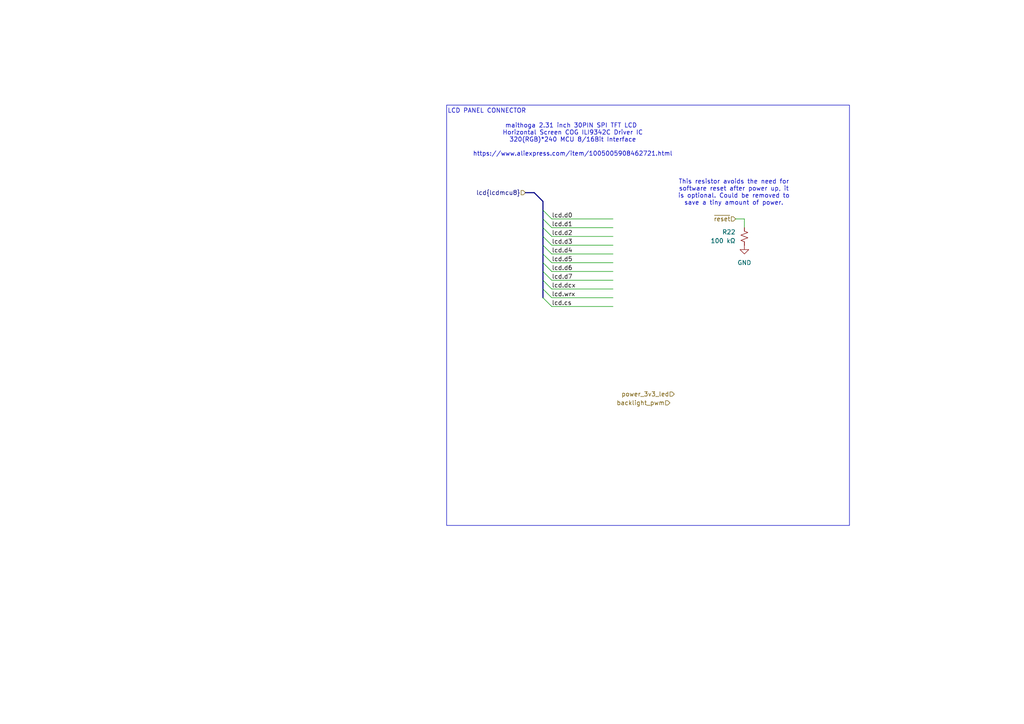
<source format=kicad_sch>
(kicad_sch (version 20250114) (generator "eeschema") (generator_version "9.0")
  (paper "A4")
  (title_block (title "LCD FPC connector & backlight driver") (date "2024-11-14") (rev "Rev1") (comment 1 "Author: Aidan MacDonald"))
  (lib_symbols
    (symbol "Device:R_Small_US" (pin_numbers (hide yes)) (pin_names (offset 0.254) (hide yes))
      (property "Reference" "R" (at 0.762 0.508 0))
      (property "Value" "R_Small_US" (at 0.762 -1.016 0))
      (symbol "R_Small_US_1_1"
        (polyline (pts (xy 0 1.524) (xy 1.016 1.143) (xy 0 0.762) (xy -1.016 0.381) (xy 0 0)))
        (polyline (pts (xy 0 0) (xy 1.016 -0.381) (xy 0 -0.762) (xy -1.016 -1.143) (xy 0 -1.524)))
        (pin passive line (at 0 2.54 270) (length 1.016) (name "~") (number "1"))
        (pin passive line (at 0 -2.54 90) (length 1.016) (name "~") (number "2"))
      )
    )
    (symbol "power:GND" (power) (pin_numbers (hide yes)) (pin_names (offset 0) (hide yes))
      (property "Value" "GND" (at 0 -3.81 0))
      (symbol "GND_0_1"
        (polyline (pts (xy 0 0) (xy 0 -1.27) (xy 1.27 -1.27) (xy 0 -2.54) (xy -1.27 -1.27) (xy 0 -1.27)))
      )
      (symbol "GND_1_1"
        (pin power_in line (at 0 0 270) (length 0) (name "~") (number "1"))
      )
    )
  )
  (rectangle (start 129.54 30.48) (end 246.38 152.4))
  (text "LCD PANEL CONNECTOR" (at 129.794 32.258 0) (effects (font (size 1.27 1.27)) (justify left)))
  (text "maithoga 2.31 inch 30PIN SPI TFT LCD \nHorizontal Screen COG ILI9342C Driver IC\n320(RGB)*240 MCU 8/16Bit Interface\n\nhttps://www.aliexpress.com/item/1005005908462721.html" (at 166.116 40.64 0) (effects (font (size 1.27 1.27))))
  (text "This resistor avoids the need for\nsoftware reset after power up, it\nis optional. Could be removed to\nsave a tiny amount of power." (at 212.852 55.88 0) (effects (font (size 1.27 1.27))))
  (bus_entry (at 157.48 71.12) (size 2.54 2.54))
  (bus_entry (at 157.48 73.66) (size 2.54 2.54))
  (bus_entry (at 157.48 76.2) (size 2.54 2.54))
  (bus_entry (at 157.48 60.96) (size 2.54 2.54))
  (bus_entry (at 157.48 78.74) (size 2.54 2.54))
  (bus_entry (at 157.48 66.04) (size 2.54 2.54))
  (bus_entry (at 157.48 63.5) (size 2.54 2.54))
  (bus_entry (at 157.48 86.36) (size 2.54 2.54))
  (bus_entry (at 157.48 83.82) (size 2.54 2.54))
  (bus_entry (at 157.48 68.58) (size 2.54 2.54))
  (bus_entry (at 157.48 81.28) (size 2.54 2.54))
  (bus (pts (xy 157.48 60.96) (xy 157.48 63.5)))
  (bus (pts (xy 157.48 68.58) (xy 157.48 71.12)))
  (wire (pts (xy 160.02 66.04) (xy 177.8 66.04)))
  (wire (pts (xy 213.36 63.5) (xy 215.9 63.5)))
  (wire (pts (xy 160.02 71.12) (xy 177.8 71.12)))
  (wire (pts (xy 160.02 68.58) (xy 177.8 68.58)))
  (bus (pts (xy 152.4 55.88) (xy 154.94 55.88)))
  (bus (pts (xy 157.48 73.66) (xy 157.48 76.2)))
  (bus (pts (xy 157.48 83.82) (xy 157.48 86.36)))
  (bus (pts (xy 157.48 66.04) (xy 157.48 68.58)))
  (wire (pts (xy 160.02 76.2) (xy 177.8 76.2)))
  (bus (pts (xy 157.48 81.28) (xy 157.48 83.82)))
  (wire (pts (xy 160.02 83.82) (xy 177.8 83.82)))
  (bus (pts (xy 157.48 60.96) (xy 157.48 58.42)))
  (wire (pts (xy 160.02 73.66) (xy 177.8 73.66)))
  (bus (pts (xy 157.48 63.5) (xy 157.48 66.04)))
  (wire (pts (xy 160.02 88.9) (xy 177.8 88.9)))
  (wire (pts (xy 215.9 63.5) (xy 215.9 66.04)))
  (wire (pts (xy 160.02 81.28) (xy 177.8 81.28)))
  (wire (pts (xy 160.02 63.5) (xy 177.8 63.5)))
  (bus (pts (xy 154.94 55.88) (xy 157.48 58.42)))
  (wire (pts (xy 160.02 86.36) (xy 177.8 86.36)))
  (wire (pts (xy 160.02 78.74) (xy 177.8 78.74)))
  (bus (pts (xy 157.48 76.2) (xy 157.48 78.74)))
  (bus (pts (xy 157.48 78.74) (xy 157.48 81.28)))
  (bus (pts (xy 157.48 71.12) (xy 157.48 73.66)))
  (label "lcd.d6" (at 160.02 78.74 0))
  (label "lcd.d7" (at 160.02 81.28 0))
  (label "lcd.d5" (at 160.02 76.2 0))
  (label "lcd.d2" (at 160.02 68.58 0))
  (label "lcd.dcx" (at 160.02 83.82 0))
  (label "lcd.d3" (at 160.02 71.12 0))
  (label "lcd.wrx" (at 160.02 86.36 0))
  (label "lcd.d4" (at 160.02 73.66 0))
  (label "lcd.d0" (at 160.02 63.5 0))
  (label "lcd.cs" (at 160.02 88.9 0))
  (label "lcd.d1" (at 160.02 66.04 0))
  (hierarchical_label "backlight_pwm" (shape input) (at 194.31 116.84 180))
  (hierarchical_label "lcd{lcdmcu8}" (shape input) (at 152.4 55.88 180))
  (hierarchical_label "~{reset}" (shape input) (at 213.36 63.5 180))
  (hierarchical_label "power_3v3_led" (shape input) (at 195.58 114.3 180))
  (symbol (lib_id "power:GND") (at 215.9 71.12 0) (unit 1)
    (property "Reference" "#PWR039" (effects (hide yes)))
    (property "Value" "GND" (at 215.9 76.2 0))
    (property "Description" "Power symbol creates a global label with name \"GND\" , ground" (effects (hide yes)))
  )
  (symbol (lib_id "Device:R_Small_US") (at 215.9 68.58 0) (unit 1)
    (property "Reference" "R22" (at 213.36 67.3099 0) (effects (justify right)))
    (property "Value" "100 kΩ" (at 213.36 69.8499 0) (effects (justify right)))
    (property "Footprint" "Resistor_SMD:R_0402_1005Metric" (effects (hide yes)))
    (property "Description" "Resistor, small US symbol" (effects (hide yes)))
    (property "LCSC#" "C60491" (effects (hide yes)))
  )
)
</source>
